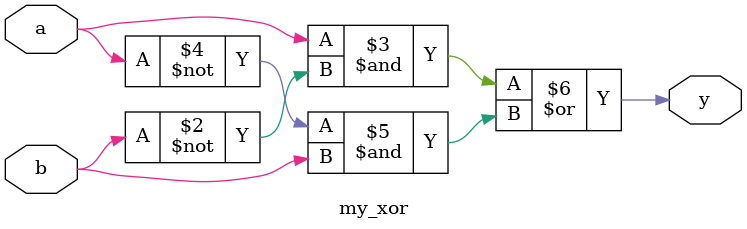
<source format=v>
`timescale 1ns / 1ps


module my_xor(
input a, b,
output reg y
);

always@(*)
    y <= (a & ~b) | (~a & b);
endmodule

</source>
